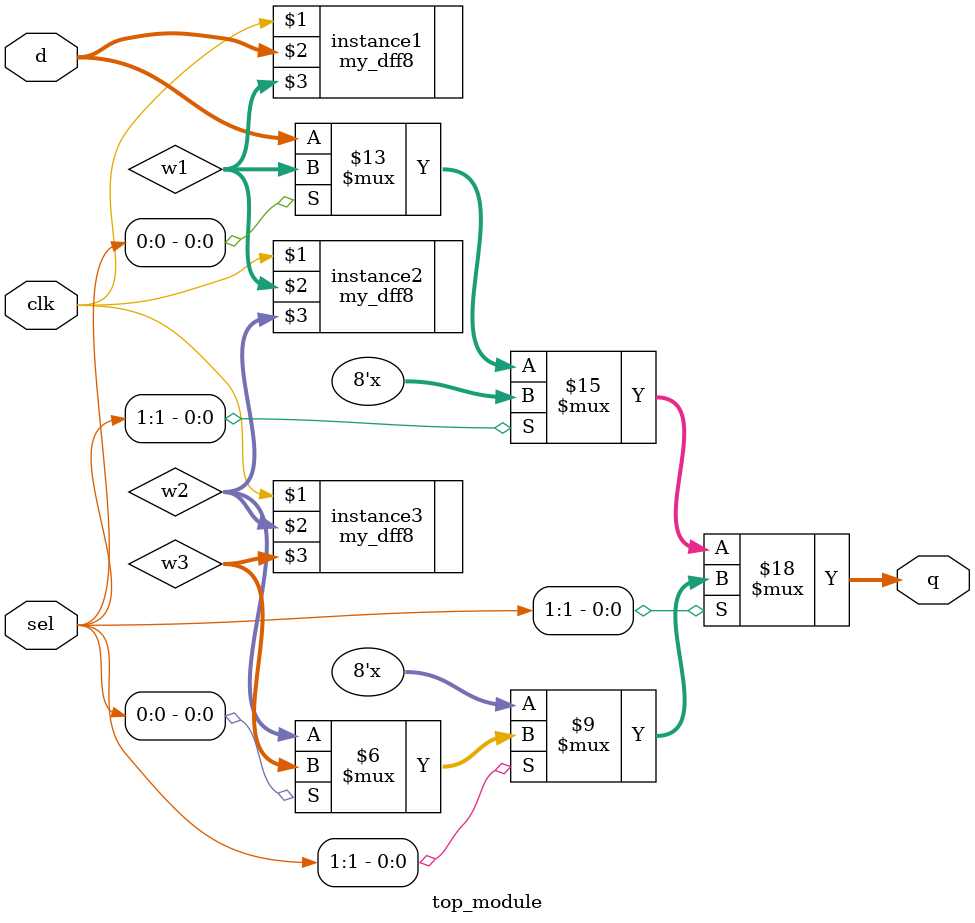
<source format=v>
module top_module ( 
    input clk, 
    input [7:0] d, 
    input [1:0] sel, 
    output [7:0] q 
); wire [7:0] w1,w2,w3;
    my_dff8 instance1 (clk,d,w1 );
    my_dff8 instance2 (clk,w1,w2 );
    my_dff8 instance3 (clk,w2,w3 );
    
    always@(*) begin
        if (sel[1] == 1'b0)
            begin
                if (sel[0] == 1'b0)
                    begin
                        q = d;
                    end
                else
                    begin
                        q = w1;
                    end
            end
        else
            begin
                if (sel[0] == 1'b0)
                    begin
                        q = w2;
                    end
                else
                    begin
                        q = w3;
                    end
            end
    end

endmodule

</source>
